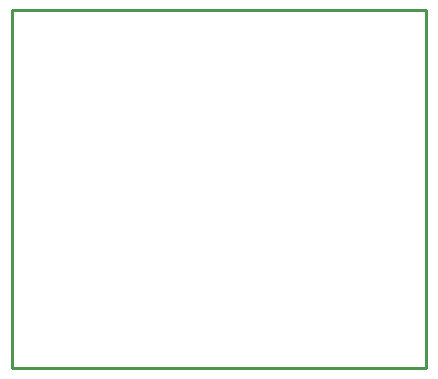
<source format=gm1>
%FSDAX24Y24*%
%MOMM*%
%SFA1B1*%

%IPPOS*%
%ADD54C,0.254000*%
%LNesp8266_amp_smd-1*%
%LPD*%
G54D54*
X000000Y000000D02*
Y303530D01*
X350520*
Y000000D02*
Y303530D01*
X000000Y000000D02*
X350520D01*
M02*
</source>
